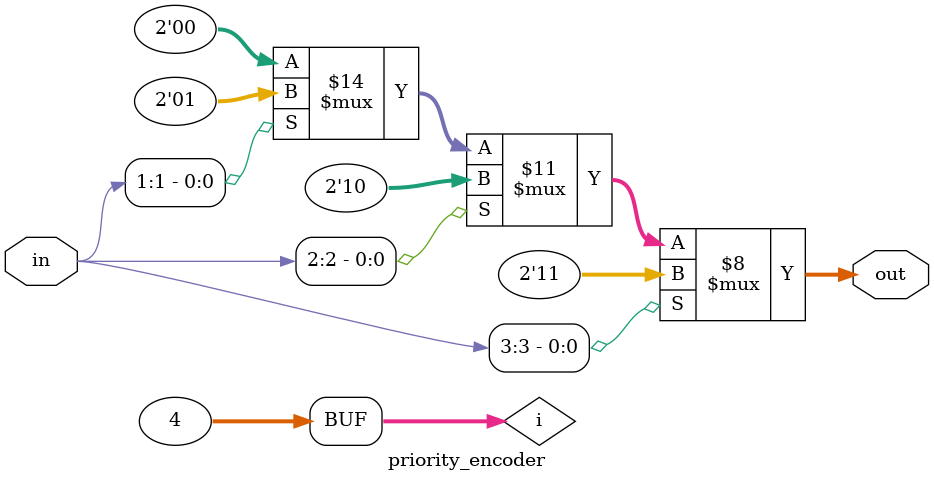
<source format=v>

module priority_encoder #(
    parameter m = 4,
    parameter n = 2
) (
    input [m-1:0] in,
    output reg [n-1:0] out
);

    integer i;

    always @(*) begin
        out = {n{1'b0}}; // Initialize output to all zeros
        for(i = 0; i < m; i = i + 1) begin
            if(in[i] == 1'b1) begin
                out = i;
            end
        end
    end
endmodule

</source>
